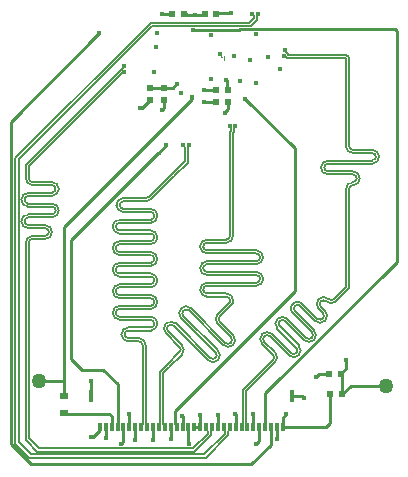
<source format=gtl>
G04*
G04 #@! TF.GenerationSoftware,Altium Limited,Altium Designer,22.10.1 (41)*
G04*
G04 Layer_Physical_Order=1*
G04 Layer_Color=255*
%FSLAX25Y25*%
%MOIN*%
G70*
G04*
G04 #@! TF.SameCoordinates,B1027B8B-ED15-4388-B4B1-B9FDCE3A8B77*
G04*
G04*
G04 #@! TF.FilePolarity,Positive*
G04*
G01*
G75*
%ADD12R,0.03150X0.01968*%
%ADD13R,0.02362X0.02362*%
%ADD14R,0.01968X0.01968*%
%ADD15R,0.01181X0.02756*%
%ADD16R,0.01181X0.03937*%
%ADD17R,0.01968X0.01968*%
%ADD18C,0.05000*%
%ADD26C,0.00546*%
%ADD27C,0.00546*%
%ADD28C,0.00882*%
%ADD29C,0.01500*%
G36*
X98284Y142003D02*
X98314Y141958D01*
X98350Y141914D01*
X98383Y141875D01*
X98417Y141842D01*
X98442Y141814D01*
X98453Y141806D01*
X98461Y141798D01*
X98464Y141795D01*
X98466Y141792D01*
X98525Y141745D01*
X98583Y141701D01*
X98638Y141662D01*
X98694Y141632D01*
X98741Y141604D01*
X98760Y141593D01*
X98777Y141585D01*
X98791Y141576D01*
X98802Y141574D01*
X98807Y141568D01*
X98810D01*
Y141341D01*
X98769Y141357D01*
X98727Y141377D01*
X98685Y141396D01*
X98647Y141416D01*
X98613Y141432D01*
X98586Y141446D01*
X98569Y141457D01*
X98566Y141460D01*
X98563D01*
X98514Y141490D01*
X98469Y141521D01*
X98431Y141549D01*
X98400Y141574D01*
X98372Y141593D01*
X98356Y141610D01*
X98342Y141621D01*
X98339Y141623D01*
Y140125D01*
X98104D01*
Y142050D01*
X98256D01*
X98284Y142003D01*
D02*
G37*
G36*
X99563Y140720D02*
Y140662D01*
X99569Y140612D01*
X99572Y140571D01*
X99577Y140538D01*
X99583Y140513D01*
X99586Y140493D01*
X99591Y140482D01*
Y140479D01*
X99602Y140452D01*
X99616Y140429D01*
X99633Y140410D01*
X99647Y140391D01*
X99663Y140380D01*
X99674Y140368D01*
X99683Y140363D01*
X99685Y140360D01*
X99713Y140346D01*
X99741Y140335D01*
X99768Y140330D01*
X99793Y140324D01*
X99818Y140321D01*
X99835Y140319D01*
X99852D01*
X99896Y140321D01*
X99937Y140332D01*
X99971Y140344D01*
X100001Y140360D01*
X100023Y140374D01*
X100040Y140388D01*
X100051Y140396D01*
X100054Y140399D01*
X100068Y140416D01*
X100079Y140435D01*
X100095Y140479D01*
X100112Y140529D01*
X100120Y140579D01*
X100128Y140626D01*
Y140646D01*
X100131Y140662D01*
X100134Y140679D01*
Y140690D01*
Y140695D01*
Y140698D01*
X100364Y140665D01*
Y140612D01*
X100361Y140565D01*
X100353Y140518D01*
X100347Y140477D01*
X100336Y140438D01*
X100325Y140404D01*
X100314Y140371D01*
X100303Y140344D01*
X100289Y140319D01*
X100278Y140296D01*
X100267Y140277D01*
X100256Y140263D01*
X100248Y140252D01*
X100242Y140241D01*
X100239Y140238D01*
X100237Y140235D01*
X100209Y140211D01*
X100181Y140188D01*
X100151Y140169D01*
X100118Y140152D01*
X100054Y140128D01*
X99993Y140111D01*
X99935Y140100D01*
X99913Y140097D01*
X99890Y140094D01*
X99874Y140092D01*
X99849D01*
X99788Y140094D01*
X99732Y140103D01*
X99683Y140114D01*
X99638Y140128D01*
X99602Y140139D01*
X99577Y140150D01*
X99561Y140158D01*
X99555Y140161D01*
X99511Y140188D01*
X99472Y140222D01*
X99442Y140255D01*
X99414Y140285D01*
X99395Y140316D01*
X99381Y140338D01*
X99372Y140355D01*
X99370Y140357D01*
Y140360D01*
X99350Y140416D01*
X99334Y140474D01*
X99322Y140538D01*
X99317Y140598D01*
X99311Y140651D01*
Y140673D01*
X99309Y140695D01*
Y140712D01*
Y140723D01*
Y140731D01*
Y140734D01*
Y142042D01*
X99563D01*
Y140720D01*
D02*
G37*
D12*
X45900Y28653D02*
D03*
Y22747D02*
D03*
D13*
X134533Y29100D02*
D03*
X138667D02*
D03*
X138267Y36000D02*
D03*
X134133D02*
D03*
D14*
X96668Y156000D02*
D03*
X92731D02*
D03*
X100469Y126600D02*
D03*
X96531D02*
D03*
X100469Y130700D02*
D03*
X96531D02*
D03*
X85769Y155900D02*
D03*
X81832D02*
D03*
D15*
X105047Y18071D02*
D03*
X107016D02*
D03*
X108984D02*
D03*
X110953D02*
D03*
X118827D02*
D03*
X116858D02*
D03*
X114890D02*
D03*
X112921D02*
D03*
X103079Y18071D02*
D03*
X101110D02*
D03*
X99142Y18071D02*
D03*
X97173D02*
D03*
X95205Y18071D02*
D03*
X93236D02*
D03*
X91268Y18071D02*
D03*
X89299D02*
D03*
X87331Y18071D02*
D03*
X85362D02*
D03*
X83394Y18071D02*
D03*
X81425D02*
D03*
X79457Y18071D02*
D03*
X77488D02*
D03*
X75520D02*
D03*
X73551D02*
D03*
X71583D02*
D03*
X69614D02*
D03*
X67646D02*
D03*
X65677D02*
D03*
X63709D02*
D03*
X61740D02*
D03*
X59772D02*
D03*
X57803D02*
D03*
D16*
X121937Y28504D02*
D03*
X54693D02*
D03*
D17*
X74600Y127232D02*
D03*
Y131168D02*
D03*
X79200Y127331D02*
D03*
Y131269D02*
D03*
D18*
X37400Y33400D02*
D03*
X153100Y31900D02*
D03*
D26*
X133262Y60142D02*
G03*
X136542Y60142I1640J1639D01*
G01*
X133262Y60142D02*
G03*
X131462Y60142I-900J-901D01*
G01*
X131462Y60142D02*
G03*
X131462Y58342I900J-900D01*
G01*
X132878Y53646D02*
G03*
X132878Y56925I-1640J1640D01*
G01*
X129599Y53646D02*
G03*
X132878Y53646I1640J1640D01*
G01*
X124607Y58638D02*
G03*
X122807Y58638I-900J-900D01*
G01*
X122807Y58638D02*
G03*
X122807Y56838I900J-900D01*
G01*
X129147Y47218D02*
G03*
X129147Y50498I-1640J1640D01*
G01*
X125868Y47218D02*
G03*
X129147Y47218I1640J1640D01*
G01*
X119527Y53558D02*
G03*
X117727Y53558I-900J-900D01*
G01*
D02*
G03*
X117727Y51758I900J-900D01*
G01*
X124067Y42138D02*
G03*
X124067Y45418I-1640J1640D01*
G01*
X120788Y42138D02*
G03*
X124067Y42138I1640J1640D01*
G01*
X114448Y48479D02*
G03*
X112647Y48479I-900J-900D01*
G01*
X112647Y48479D02*
G03*
X112647Y46679I900J-900D01*
G01*
X116223Y39823D02*
G03*
X116223Y43103I-1640J1640D01*
G01*
X134002Y60881D02*
G03*
X135802Y60881I900J900D01*
G01*
X134002Y60882D02*
G03*
X130723Y60882I-1640J-1640D01*
G01*
X130722Y60881D02*
G03*
X130723Y57602I1640J-1640D01*
G01*
X132139Y54386D02*
G03*
X132139Y56186I-900J900D01*
G01*
X130339Y54386D02*
G03*
X132139Y54386I900J900D01*
G01*
X125347Y59378D02*
G03*
X122067Y59378I-1640J-1640D01*
G01*
X122067Y59378D02*
G03*
X122067Y56098I1640J-1640D01*
G01*
X128408Y47958D02*
G03*
X128408Y49758I-900J900D01*
G01*
X126607Y47958D02*
G03*
X128408Y47958I900J900D01*
G01*
X120267Y54298D02*
G03*
X116988Y54298I-1640J-1640D01*
G01*
D02*
G03*
X116988Y51019I1640J-1640D01*
G01*
X123328Y42878D02*
G03*
X123328Y44678I-900J900D01*
G01*
X121528Y42878D02*
G03*
X123328Y42878I900J900D01*
G01*
X115187Y49218D02*
G03*
X111908Y49218I-1640J-1640D01*
G01*
X111908Y49218D02*
G03*
X111908Y45939I1640J-1640D01*
G01*
X115484Y40563D02*
G03*
X115484Y42363I-900J900D01*
G01*
X35373Y81950D02*
G03*
X33054Y79631I0J-2319D01*
G01*
X39515Y81950D02*
G03*
X39515Y84496I0J1273D01*
G01*
X33965Y89134D02*
G03*
X33965Y84496I0J-2319D01*
G01*
X41781Y89134D02*
G03*
X41781Y91680I0J1273D01*
G01*
X33965Y96317D02*
G03*
X33965Y91680I0J-2319D01*
G01*
X41781Y96317D02*
G03*
X41781Y98863I0J1273D01*
G01*
X33054Y101182D02*
G03*
X35373Y98863I2319J0D01*
G01*
Y80904D02*
G03*
X34100Y79631I0J-1273D01*
G01*
X39515Y80904D02*
G03*
X39515Y85542I0J2319D01*
G01*
X33965Y88088D02*
G03*
X33965Y85542I0J-1273D01*
G01*
X41781Y88088D02*
G03*
X41781Y92726I0J2319D01*
G01*
X33965Y95271D02*
G03*
X33965Y92726I0J-1273D01*
G01*
X41781Y95271D02*
G03*
X41781Y99909I0J2319D01*
G01*
X34100Y101182D02*
G03*
X35373Y99909I1273J0D01*
G01*
X72044Y45531D02*
G03*
X70771Y46804I-1273J0D01*
G01*
X64977Y49123D02*
G03*
X67296Y46804I2319J0D01*
G01*
Y51441D02*
G03*
X64977Y49123I0J-2319D01*
G01*
X74685Y51441D02*
G03*
X75958Y52714I0J1273D01*
G01*
Y52714D02*
G03*
X74685Y53987I-1273J0D01*
G01*
X62044Y56306D02*
G03*
X64363Y53987I2319J0D01*
G01*
Y58625D02*
G03*
X62044Y56306I0J-2319D01*
G01*
X74685Y58625D02*
G03*
X75958Y59898I0J1273D01*
G01*
Y59898D02*
G03*
X74685Y61171I-1273J0D01*
G01*
X62044Y63490D02*
G03*
X64363Y61171I2319J0D01*
G01*
Y65809D02*
G03*
X62044Y63490I0J-2319D01*
G01*
X74685Y65809D02*
G03*
X75958Y67082I0J1273D01*
G01*
Y67082D02*
G03*
X74685Y68355I-1273J0D01*
G01*
X62044Y70674D02*
G03*
X64363Y68355I2319J0D01*
G01*
Y72992D02*
G03*
X62044Y70674I0J-2319D01*
G01*
X74685Y72992D02*
G03*
X75958Y74265I0J1273D01*
G01*
Y74265D02*
G03*
X74685Y75538I-1273J0D01*
G01*
X62044Y77857D02*
G03*
X64363Y75538I2319J0D01*
G01*
Y80176D02*
G03*
X62044Y77857I0J-2319D01*
G01*
X74685Y80176D02*
G03*
X75958Y81449I0J1273D01*
G01*
Y81449D02*
G03*
X74685Y82722I-1273J0D01*
G01*
X62044Y85041D02*
G03*
X64363Y82722I2319J0D01*
G01*
Y87360D02*
G03*
X62044Y85041I0J-2319D01*
G01*
X74685Y87360D02*
G03*
X75958Y88633I0J1273D01*
G01*
Y88633D02*
G03*
X74685Y89906I-1273J0D01*
G01*
X63313Y92225D02*
G03*
X65631Y89906I2319J0D01*
G01*
Y94543D02*
G03*
X63313Y92225I0J-2319D01*
G01*
X73220Y94543D02*
G03*
X74120Y94916I0J1273D01*
G01*
X73090Y45531D02*
G03*
X70771Y47850I-2319J0D01*
G01*
X66023Y49123D02*
G03*
X67296Y47850I1273J0D01*
G01*
Y50396D02*
G03*
X66023Y49123I0J-1273D01*
G01*
X74685Y50396D02*
G03*
X77004Y52714I0J2319D01*
G01*
Y52714D02*
G03*
X74685Y55033I-2319J0D01*
G01*
X63090Y56306D02*
G03*
X64363Y55033I1273J0D01*
G01*
Y57579D02*
G03*
X63090Y56306I0J-1273D01*
G01*
X74685Y57579D02*
G03*
X77004Y59898I0J2319D01*
G01*
Y59898D02*
G03*
X74685Y62217I-2319J0D01*
G01*
X63090Y63490D02*
G03*
X64363Y62217I1273J0D01*
G01*
Y64763D02*
G03*
X63090Y63490I0J-1273D01*
G01*
X74685Y64763D02*
G03*
X77004Y67082I0J2319D01*
G01*
Y67082D02*
G03*
X74685Y69401I-2319J0D01*
G01*
X63090Y70674D02*
G03*
X64363Y69401I1273J0D01*
G01*
Y71946D02*
G03*
X63090Y70674I0J-1273D01*
G01*
X74685Y71946D02*
G03*
X77004Y74265I0J2319D01*
G01*
Y74265D02*
G03*
X74685Y76584I-2319J0D01*
G01*
X63090Y77857D02*
G03*
X64363Y76584I1273J0D01*
G01*
Y79130D02*
G03*
X63090Y77857I0J-1273D01*
G01*
X74685Y79130D02*
G03*
X77004Y81449I0J2319D01*
G01*
Y81449D02*
G03*
X74685Y83768I-2319J0D01*
G01*
X63090Y85041D02*
G03*
X64363Y83768I1273J0D01*
G01*
Y86314D02*
G03*
X63090Y85041I0J-1273D01*
G01*
X74685Y86314D02*
G03*
X77004Y88633I0J2319D01*
G01*
Y88633D02*
G03*
X74685Y90952I-2319J0D01*
G01*
X64358Y92225D02*
G03*
X65631Y90952I1273J0D01*
G01*
Y93497D02*
G03*
X64358Y92225I0J-1273D01*
G01*
X73220Y93497D02*
G03*
X74860Y94177I0J2319D01*
G01*
X142119Y99856D02*
G03*
X139800Y97537I0J-2319D01*
G01*
X142119Y99856D02*
G03*
X142119Y102401I0J1273D01*
G01*
X133856Y107039D02*
G03*
X133856Y102401I0J-2319D01*
G01*
X148527Y107039D02*
G03*
X148527Y109585I0J1273D01*
G01*
X139800Y111904D02*
G03*
X142119Y109585I2319J0D01*
G01*
Y98810D02*
G03*
X140846Y97537I0J-1273D01*
G01*
X142119Y98810D02*
G03*
X142119Y103447I0J2319D01*
G01*
X133856Y105993D02*
G03*
X133856Y103447I0J-1273D01*
G01*
X148527Y105993D02*
G03*
X148527Y110631I0J2319D01*
G01*
X140846Y111904D02*
G03*
X142119Y110631I1273J0D01*
G01*
X99934Y79668D02*
G03*
X102253Y81986I0J2319D01*
G01*
X93526Y79668D02*
G03*
X92253Y78395I0J-1273D01*
G01*
Y78395D02*
G03*
X93526Y77122I1273J0D01*
G01*
X112253Y74803D02*
G03*
X109934Y77122I-2319J0D01*
G01*
Y72484D02*
G03*
X112253Y74803I0J2319D01*
G01*
X93526Y72484D02*
G03*
X92253Y71211I0J-1273D01*
G01*
Y71211D02*
G03*
X93526Y69938I1273J0D01*
G01*
X112253Y67619D02*
G03*
X109934Y69938I-2319J0D01*
G01*
Y65300D02*
G03*
X112253Y67619I0J2319D01*
G01*
X93526Y65300D02*
G03*
X92253Y64027I0J-1273D01*
G01*
Y64027D02*
G03*
X93526Y62754I1273J0D01*
G01*
X102253Y60435D02*
G03*
X99934Y62754I-2319J0D01*
G01*
Y80713D02*
G03*
X101207Y81986I0J1273D01*
G01*
X93526Y80713D02*
G03*
X91207Y78395I0J-2319D01*
G01*
Y78395D02*
G03*
X93526Y76076I2319J0D01*
G01*
X111207Y74803D02*
G03*
X109934Y76076I-1273J0D01*
G01*
Y73530D02*
G03*
X111207Y74803I0J1273D01*
G01*
X93526Y73530D02*
G03*
X91207Y71211I0J-2319D01*
G01*
Y71211D02*
G03*
X93526Y68892I2319J0D01*
G01*
X111207Y67619D02*
G03*
X109934Y68892I-1273J0D01*
G01*
Y66346D02*
G03*
X111207Y67619I0J1273D01*
G01*
X93526Y66346D02*
G03*
X91207Y64027I0J-2319D01*
G01*
Y64027D02*
G03*
X93526Y61708I2319J0D01*
G01*
X101207Y60435D02*
G03*
X99934Y61708I-1273J0D01*
G01*
X84349Y43128D02*
G03*
X84349Y44928I-900J900D01*
G01*
X79817Y52739D02*
G03*
X79817Y49459I1640J-1640D01*
G01*
X83097Y52739D02*
G03*
X79817Y52739I-1640J-1640D01*
G01*
X94590Y41245D02*
G03*
X96390Y41245I900J900D01*
G01*
D02*
G03*
X96390Y43045I-900J900D01*
G01*
X84897Y57818D02*
G03*
X84897Y54539I1640J-1640D01*
G01*
X88176Y57818D02*
G03*
X84897Y57818I-1640J-1640D01*
G01*
X99670Y46325D02*
G03*
X101470Y46325I900J900D01*
G01*
X101470Y46325D02*
G03*
X101470Y48125I-900J900D01*
G01*
X97048Y55827D02*
G03*
X97051Y52544I1640J-1640D01*
G01*
X85088Y42388D02*
G03*
X85088Y45667I-1640J1640D01*
G01*
X80557Y51999D02*
G03*
X80557Y50199I900J-900D01*
G01*
X82357Y51999D02*
G03*
X80557Y51999I-900J-900D01*
G01*
X93851Y40505D02*
G03*
X97130Y40505I1640J1640D01*
G01*
D02*
G03*
X97130Y43785I-1640J1640D01*
G01*
X85637Y57079D02*
G03*
X85637Y55278I900J-900D01*
G01*
X87437Y57079D02*
G03*
X85637Y57079I-900J-900D01*
G01*
X98930Y45585D02*
G03*
X102210Y45585I1640J1640D01*
G01*
X102210Y45585D02*
G03*
X102210Y48864I-1640J1640D01*
G01*
X97787Y55087D02*
G03*
X97787Y53287I900J-900D01*
G01*
X136542Y60142D02*
X139869Y63469D01*
X131462Y60142D02*
X131462Y60142D01*
X131462Y58342D02*
X131462Y58342D01*
X131462Y58342D02*
X132878Y56925D01*
X129599Y53646D02*
X129599Y53646D01*
X124607Y58638D02*
X129599Y53646D01*
X122807Y58638D02*
X122807Y58638D01*
X122807Y56838D02*
X122807Y56838D01*
X122807Y56838D02*
X129147Y50498D01*
X129147Y47218D02*
X129147Y47218D01*
X125868Y47218D02*
X125868Y47218D01*
X119527Y53558D02*
X125868Y47218D01*
X117727Y51758D02*
X117727Y51758D01*
X117727Y51758D02*
X124067Y45418D01*
X124067Y42138D02*
X124067Y42138D01*
X120788Y42138D02*
X120788Y42138D01*
X114448Y48479D02*
X120788Y42138D01*
X112647Y48479D02*
X112647Y48479D01*
X112647Y46679D02*
X112647Y46679D01*
X112647Y46679D02*
X116223Y43103D01*
X115661Y39261D02*
X116223Y39823D01*
X139129Y64208D02*
Y64208D01*
X135802Y60881D02*
X139129Y64208D01*
X134002Y60882D02*
X134002Y60881D01*
X130722Y60881D02*
X130723Y60882D01*
X130722Y57602D02*
X130723Y57602D01*
X130722Y57602D02*
X132139Y56186D01*
X130339Y54386D02*
X130339Y54386D01*
X125347Y59378D02*
X130339Y54386D01*
X122067Y59378D02*
X122067Y59378D01*
X122067Y56098D02*
X122067Y56098D01*
X122067Y56098D02*
X128408Y49758D01*
X128408Y47958D02*
X128408Y47958D01*
X126607Y47958D02*
X126607Y47958D01*
X120267Y54298D02*
X126607Y47958D01*
X116988Y51019D02*
X116988Y51019D01*
X116988Y51019D02*
X123328Y44678D01*
X123328Y42878D02*
X123328Y42878D01*
X121528Y42878D02*
X121528Y42878D01*
X115187Y49218D02*
X121528Y42878D01*
X111908Y49218D02*
X111908Y49218D01*
X111908Y45939D02*
X111908Y45939D01*
X111908Y45939D02*
X115484Y42363D01*
X114921Y40000D02*
X115484Y40563D01*
X114921Y40000D02*
Y40000D01*
X106555Y30155D02*
X115661Y39261D01*
X105509Y30588D02*
X114921Y40000D01*
X139869Y63469D02*
X140846Y64446D01*
X139129Y64208D02*
X139800Y64879D01*
X33054Y47328D02*
Y79631D01*
X35373Y81950D02*
X39515D01*
X33965Y84496D02*
X39515D01*
X33965Y89134D02*
X41781D01*
X33965Y91680D02*
X41781D01*
X33965Y96317D02*
X41781D01*
X35373Y98863D02*
X41781D01*
X33054Y101182D02*
Y101978D01*
X34100Y47328D02*
Y79631D01*
X35373Y80904D02*
X39515D01*
X33965Y85542D02*
X39515D01*
X33965Y88088D02*
X41781D01*
X33965Y92726D02*
X41781D01*
X33965Y95271D02*
X41781D01*
X35373Y99909D02*
X41781D01*
X34100Y101182D02*
Y101978D01*
X33054Y13967D02*
Y47328D01*
X34100Y14400D02*
Y47328D01*
X33054Y101978D02*
Y105533D01*
X34100Y101978D02*
Y105100D01*
X72044Y40332D02*
Y45531D01*
X67296Y46804D02*
X70771D01*
X64977Y49123D02*
Y49123D01*
X67296Y51441D02*
X74685D01*
X75958Y52714D02*
Y52714D01*
X64363Y53987D02*
X74685D01*
X62044Y56306D02*
Y56306D01*
X64363Y58625D02*
X74685D01*
X75958Y59898D02*
Y59898D01*
X64363Y61171D02*
X74685D01*
X62044Y63490D02*
Y63490D01*
X64363Y65809D02*
X74685D01*
X75958Y67082D02*
Y67082D01*
X64363Y68355D02*
X74685D01*
X62044Y70674D02*
Y70674D01*
X64363Y72992D02*
X74685D01*
X75958Y74265D02*
Y74265D01*
X64363Y75538D02*
X74685D01*
X62044Y77857D02*
Y77857D01*
X64363Y80176D02*
X74685D01*
X75958Y81449D02*
Y81449D01*
X64363Y82722D02*
X74685D01*
X62044Y85041D02*
Y85041D01*
X64363Y87360D02*
X74685D01*
X75958Y88633D02*
Y88633D01*
X65631Y89906D02*
X74685D01*
X63313Y92225D02*
Y92225D01*
X65631Y94543D02*
X73220D01*
X74120Y94916D02*
X81204Y102000D01*
X73090Y40332D02*
Y45531D01*
X67296Y47850D02*
X70771D01*
X66023Y49123D02*
Y49123D01*
X67296Y50396D02*
X74685D01*
X77004Y52714D02*
Y52714D01*
X64363Y55033D02*
X74685D01*
X63090Y56306D02*
Y56306D01*
X64363Y57579D02*
X74685D01*
X77004Y59898D02*
Y59898D01*
X64363Y62217D02*
X74685D01*
X63090Y63490D02*
Y63490D01*
X64363Y64763D02*
X74685D01*
X77004Y67082D02*
Y67082D01*
X64363Y69401D02*
X74685D01*
X63090Y70674D02*
Y70674D01*
X64363Y71946D02*
X74685D01*
X77004Y74265D02*
Y74265D01*
X64363Y76584D02*
X74685D01*
X63090Y77857D02*
Y77857D01*
X64363Y79130D02*
X74685D01*
X77004Y81449D02*
Y81449D01*
X64363Y83768D02*
X74685D01*
X63090Y85041D02*
Y85041D01*
X64363Y86314D02*
X74685D01*
X77004Y88633D02*
Y88633D01*
X65631Y90952D02*
X74685D01*
X64358Y92225D02*
Y92225D01*
X65631Y93497D02*
X73220D01*
X74860Y94177D02*
X82683Y102000D01*
X82683D01*
X139800Y66535D02*
Y97537D01*
X142119Y99856D02*
X142119D01*
X133856Y102401D02*
X142119D01*
X133856Y107039D02*
X148527D01*
X142119Y109585D02*
X148527D01*
X139800Y111904D02*
Y112700D01*
X140846Y66535D02*
Y97537D01*
X142119Y98810D02*
X142119D01*
X133856Y103447D02*
X142119D01*
X133856Y105993D02*
X148527D01*
X142119Y110631D02*
X148527D01*
X140846Y111904D02*
Y112700D01*
X139800Y64879D02*
Y66535D01*
X140846Y64446D02*
Y66535D01*
X102573Y116481D02*
Y117815D01*
X101527Y116915D02*
Y117815D01*
X102253Y81986D02*
Y113770D01*
X93526Y79668D02*
X99934D01*
X92253Y78395D02*
Y78395D01*
X93526Y77122D02*
X109934D01*
X112253Y74803D02*
Y74803D01*
X93526Y72484D02*
X109934D01*
X92253Y71211D02*
Y71211D01*
X93526Y69938D02*
X109934D01*
X112253Y67619D02*
Y67619D01*
X93526Y65300D02*
X109934D01*
X92253Y64027D02*
Y64027D01*
X93526Y62754D02*
X99934D01*
X102253Y59553D02*
Y60435D01*
X100543Y57844D02*
X102253Y59553D01*
X101207Y81986D02*
Y113770D01*
X93526Y80713D02*
X99934D01*
X91207Y78395D02*
Y78395D01*
X93526Y76076D02*
X109934D01*
X111207Y74803D02*
Y74803D01*
X93526Y73530D02*
X109934D01*
X91207Y71211D02*
Y71211D01*
X93526Y68892D02*
X109934D01*
X111207Y67619D02*
Y67619D01*
X93526Y66346D02*
X109934D01*
X91207Y64027D02*
Y64027D01*
X93526Y61708D02*
X99934D01*
X101207Y59986D02*
Y60435D01*
X99064Y57844D02*
X101207Y59986D01*
X99064Y57844D02*
Y57844D01*
X102253Y113770D02*
Y116162D01*
X101207Y113770D02*
Y116595D01*
X102253Y116162D02*
X102573Y116481D01*
X101207Y116595D02*
X101527Y116915D01*
X30700Y107400D02*
X75300Y152000D01*
X108091D02*
X110073Y153981D01*
X107658Y153046D02*
X109027Y154415D01*
X74867Y153046D02*
X107658D01*
X29654Y107833D02*
X74867Y153046D01*
X75300Y152000D02*
X108091D01*
X119500Y143642D02*
Y143900D01*
X120466Y142514D02*
Y142676D01*
X119274Y141774D02*
X119726D01*
X119233Y141733D02*
X119274Y141774D01*
X120466Y142514D02*
X120633Y142346D01*
X120200Y141300D02*
X139480D01*
X120633Y142346D02*
X139913D01*
X119726Y141774D02*
X120200Y141300D01*
X120466Y142514D02*
X120466D01*
X119500Y143642D02*
X120466Y142676D01*
X98350Y55650D02*
X100543Y57844D01*
X97610Y56390D02*
X99064Y57844D01*
X139800Y112700D02*
Y140980D01*
X140846Y112700D02*
Y141413D01*
X80060Y38840D02*
X84349Y43128D01*
X79817Y49459D02*
X84349Y44928D01*
X79817Y49459D02*
X79817Y49459D01*
X79817Y52739D02*
X79817Y52739D01*
X83097D02*
X94590Y41245D01*
X94590Y41245D01*
X84897Y54539D02*
X96390Y43045D01*
X84897Y54539D02*
X84897Y54539D01*
X84897Y57818D02*
X84897Y57818D01*
X88176D02*
X99670Y46325D01*
X99670Y46325D01*
X101470Y46325D02*
X101470Y46325D01*
X97051Y52544D02*
X101470Y48125D01*
X97048Y55827D02*
X97610Y56390D01*
X80800Y38100D02*
X80800D01*
X80800D02*
X85088Y42388D01*
X80557Y50199D02*
X85088Y45667D01*
X80557Y50199D02*
X80557Y50199D01*
X80557Y51999D02*
X80557Y51999D01*
X82357D02*
X93851Y40505D01*
X93851Y40505D01*
X85637Y55278D02*
X97130Y43785D01*
X85637Y55278D02*
X85637Y55278D01*
X85637Y57079D02*
X85637Y57079D01*
X87437D02*
X98930Y45585D01*
X98930Y45585D01*
X102210Y45585D02*
X102210Y45585D01*
X97787Y53287D02*
X102210Y48864D01*
X97787Y55087D02*
X98350Y55650D01*
X98350D01*
X77950Y36729D02*
X80060Y38840D01*
X78996Y36296D02*
X80800Y38100D01*
X102573Y117815D02*
X103000Y118242D01*
X101100D02*
X101527Y117815D01*
X103000Y118242D02*
Y118500D01*
X139913Y142346D02*
X140846Y141413D01*
X139480Y141300D02*
X139800Y140980D01*
X106555Y19320D02*
X107016Y18858D01*
Y18071D02*
Y18858D01*
X105047Y18071D02*
Y18858D01*
X105509Y19320D01*
Y30588D01*
X106555Y19320D02*
Y30155D01*
X101100Y118242D02*
Y118500D01*
X77950Y19320D02*
Y36729D01*
X77488Y18858D02*
X77950Y19320D01*
X77488Y18071D02*
Y18858D01*
X78996Y19320D02*
Y36296D01*
X79457Y18071D02*
Y18858D01*
X78996Y19320D02*
X79457Y18858D01*
X81204Y102000D02*
X86027Y106823D01*
X72044Y39570D02*
Y40332D01*
X82683Y102000D02*
X87073Y106390D01*
X73090Y39570D02*
Y40332D01*
X72044Y19320D02*
Y39200D01*
X73090Y19320D02*
Y39200D01*
X110500Y155742D02*
Y156000D01*
X108600Y155742D02*
X109027Y155315D01*
X108600Y155742D02*
Y156000D01*
X110073Y155315D02*
X110500Y155742D01*
X110073Y153981D02*
Y155315D01*
X109027Y154415D02*
Y155315D01*
X86027Y106823D02*
Y111415D01*
X87073Y106390D02*
Y111415D01*
X72044Y39200D02*
Y39570D01*
X73090Y39200D02*
Y39570D01*
X93101Y8039D02*
X100649Y15587D01*
X33360Y13660D02*
X36990Y10031D01*
X29960Y12360D02*
X34282Y8039D01*
X88754Y11077D02*
X93698Y16020D01*
X37423Y11077D02*
X88754D01*
X30700Y13100D02*
X34715Y9085D01*
X34282Y8039D02*
X93101D01*
X29960Y12360D02*
X29960D01*
X33360Y13660D02*
X33360D01*
X89188Y10031D02*
X94744Y15587D01*
X92668Y9085D02*
X99603Y16020D01*
X34715Y9085D02*
X92668D01*
X34100Y14400D02*
X37423Y11077D01*
X36990Y10031D02*
X89188D01*
X29654Y12667D02*
X29960Y12360D01*
X29654Y12667D02*
Y107833D01*
X30700Y13100D02*
Y107400D01*
X65926Y136474D02*
X65967Y136433D01*
X65700Y138342D02*
Y138600D01*
X65474Y136474D02*
X65926D01*
X64734Y137376D02*
X65700Y138342D01*
X33054Y105533D02*
X64734Y137214D01*
X34100Y105100D02*
X65474Y136474D01*
X64734Y137214D02*
Y137376D01*
X33054Y13967D02*
X33360Y13660D01*
X95205Y17284D02*
Y18071D01*
X94744Y15587D02*
Y16822D01*
X95205Y17284D01*
X93236D02*
X93698Y16822D01*
Y16020D02*
Y16822D01*
X93236Y17284D02*
Y18071D01*
X99142Y17284D02*
X99603Y16822D01*
X99142Y17284D02*
Y18071D01*
X99603Y16020D02*
Y16822D01*
X101110Y17284D02*
Y18071D01*
X100649Y16822D02*
X101110Y17284D01*
X100649Y15587D02*
Y16822D01*
X85600Y111842D02*
Y112100D01*
X87500Y111842D02*
Y112100D01*
X87073Y111415D02*
X87500Y111842D01*
X85600D02*
X86027Y111415D01*
X73090Y19320D02*
X73551Y18858D01*
X71583D02*
X72044Y19320D01*
X71583Y18071D02*
Y18858D01*
X73551Y18071D02*
Y18858D01*
D27*
X97051Y52544D02*
D03*
D28*
X55000Y33433D02*
Y33600D01*
X54693Y28504D02*
Y33126D01*
X55000Y33433D01*
X88700Y150400D02*
X104193D01*
X104584Y150791D02*
X156183D01*
X156900Y150074D01*
X104193Y150400D02*
X104584Y150791D01*
X71887Y124518D02*
X74600Y127232D01*
X71200Y124400D02*
X71318Y124518D01*
X71887D01*
X83333Y132500D02*
X83500D01*
X99500Y123167D02*
X100469Y124136D01*
X99500Y123000D02*
Y123167D01*
X100469Y124136D02*
Y126600D01*
X100118Y131050D02*
Y133882D01*
Y131050D02*
X100469Y130700D01*
X100000Y134000D02*
X100118Y133882D01*
X78600Y155900D02*
X81832D01*
X82857Y19395D02*
Y23657D01*
X122700Y63500D02*
Y111200D01*
X82857Y23657D02*
X122700Y63500D01*
X83394Y18071D02*
Y18858D01*
X85362Y18071D02*
Y21938D01*
X85300Y22000D02*
X85362Y21938D01*
X82857Y19395D02*
X83394Y18858D01*
X91268Y18071D02*
Y22168D01*
X91300Y22200D01*
X106200Y127700D02*
X122700Y111200D01*
X96668Y156000D02*
X96768Y156100D01*
X101300D01*
X101400Y156200D01*
X112921Y29417D02*
X156900Y73396D01*
Y150074D01*
X112921Y18071D02*
Y29417D01*
X121937Y28504D02*
X125496D01*
X126000Y28000D01*
X58900Y37300D02*
X63709Y32491D01*
Y18071D02*
Y32491D01*
X51900Y37300D02*
X58900D01*
X48200Y41000D02*
X51900Y37300D01*
X48200Y41000D02*
Y80700D01*
X89500Y155500D02*
X89618Y155618D01*
X92350D02*
X92731Y156000D01*
X89618Y155618D02*
X92350D01*
X86668Y155900D02*
X86950Y155618D01*
X89382D01*
X89500Y155500D01*
X78500Y124000D02*
X79200Y124700D01*
Y127331D01*
Y131269D02*
X82101D01*
X83333Y132500D01*
X79150Y131219D02*
X79200Y131269D01*
X74600Y131168D02*
X74650Y131219D01*
X79150D01*
X100000Y133833D02*
Y134000D01*
X92600Y126400D02*
X95432D01*
X92500Y126500D02*
X92600Y126400D01*
X92500Y130500D02*
X92700Y130700D01*
X95432D01*
X140000Y37733D02*
Y40500D01*
X138267Y36000D02*
X140000Y37733D01*
X77400Y109700D02*
X79800Y112100D01*
X138667Y29100D02*
X141467Y31900D01*
X153100D01*
X138267Y36000D02*
X138467Y35800D01*
Y29300D02*
X138667Y29100D01*
X138467Y29300D02*
Y35800D01*
X131000Y36000D02*
X134133D01*
X130000Y35000D02*
X131000Y36000D01*
X134533Y24048D02*
Y29100D01*
X133071Y18071D02*
X134635Y19635D01*
X134533Y24048D02*
X134635Y23946D01*
Y19635D02*
Y23946D01*
X118827Y18071D02*
X133071D01*
X55520Y15000D02*
X57803Y17284D01*
X55000Y15000D02*
X55520D01*
X57803Y17284D02*
Y18071D01*
X65677Y13177D02*
Y18071D01*
X65000Y12500D02*
X65677Y13177D01*
X67500Y22500D02*
X67646Y22354D01*
Y18071D02*
Y22354D01*
X87500Y12500D02*
Y12814D01*
X87331Y12983D02*
Y18071D01*
Y12983D02*
X87500Y12814D01*
X118827Y18071D02*
Y21327D01*
X120000Y22500D01*
X110953Y13453D02*
Y18071D01*
X110000Y12500D02*
X110953Y13453D01*
X108300Y5800D02*
X114740Y12240D01*
Y17922D01*
X34800Y5800D02*
X108300D01*
X114740Y17922D02*
X114890Y18071D01*
X28200Y12400D02*
X34800Y5800D01*
X28200Y12400D02*
Y120000D01*
X57600Y149400D01*
X116858Y18071D02*
X117000Y17930D01*
Y14100D02*
Y17930D01*
X108942Y18113D02*
Y22458D01*
Y18113D02*
X108984Y18071D01*
X108900Y22500D02*
X108942Y22458D01*
X103000Y22500D02*
X103079Y22421D01*
Y18071D02*
Y22421D01*
X97173Y18071D02*
X97187Y18084D01*
Y22287D01*
X97200Y22300D01*
X89299Y18071D02*
X91268D01*
X81425Y18071D02*
X81463Y18034D01*
Y14137D02*
Y18034D01*
Y14137D02*
X81500Y14100D01*
X75510Y18061D02*
X75520Y18071D01*
X75510Y14010D02*
Y18061D01*
X75500Y14000D02*
X75510Y14010D01*
X69607Y18064D02*
X69614Y18071D01*
X69607Y14007D02*
Y18064D01*
X69600Y14000D02*
X69607Y14007D01*
X59786Y14514D02*
Y18057D01*
Y14514D02*
X59800Y14500D01*
X59772Y18071D02*
X59786Y18057D01*
X45900Y33200D02*
Y84900D01*
Y28653D02*
Y33200D01*
X45700Y33400D02*
X45900Y33200D01*
X37400Y33400D02*
X45700D01*
X45900Y84900D02*
X88500Y127500D01*
Y128200D01*
X45100Y22600D02*
X61000D01*
X61740Y21860D01*
Y18071D02*
Y21860D01*
X77200Y109700D02*
X77400D01*
X48200Y80700D02*
X77200Y109700D01*
D29*
X55000Y33600D02*
D03*
X109700Y149200D02*
D03*
X113900Y141600D02*
D03*
X119500Y143900D02*
D03*
X94700Y148809D02*
D03*
X76700Y149600D02*
D03*
X71200Y124400D02*
D03*
X84700Y129500D02*
D03*
X83500Y132500D02*
D03*
X95000Y134200D02*
D03*
X78600Y155900D02*
D03*
X85300Y22000D02*
D03*
X91300Y22200D02*
D03*
X101400Y156200D02*
D03*
X119233Y141733D02*
D03*
X126000Y28000D02*
D03*
X101100Y118500D02*
D03*
X103000D02*
D03*
X89500Y155500D02*
D03*
X88700Y150400D02*
D03*
X108000Y140500D02*
D03*
X78500Y124000D02*
D03*
X110500Y156000D02*
D03*
X108600D02*
D03*
X76000Y136500D02*
D03*
X99500Y123000D02*
D03*
X92500Y126500D02*
D03*
Y130500D02*
D03*
X118000Y137500D02*
D03*
X110000Y133000D02*
D03*
X104500Y133500D02*
D03*
X100000Y134000D02*
D03*
X102500Y142000D02*
D03*
X98000Y142500D02*
D03*
X76500Y145000D02*
D03*
X140000Y40500D02*
D03*
X79800Y112100D02*
D03*
X130000Y35000D02*
D03*
X55000Y15000D02*
D03*
X65000Y12500D02*
D03*
X67500Y22500D02*
D03*
X87500Y12500D02*
D03*
X120000Y22500D02*
D03*
X110000Y12500D02*
D03*
X57600Y149400D02*
D03*
X106200Y127700D02*
D03*
X117000Y14100D02*
D03*
X108900Y22500D02*
D03*
X103000D02*
D03*
X97200Y22300D02*
D03*
X81500Y14100D02*
D03*
X75500Y14000D02*
D03*
X69600D02*
D03*
X59800Y14500D02*
D03*
X65700Y138600D02*
D03*
X65967Y136433D02*
D03*
X88500Y128200D02*
D03*
X87500Y112100D02*
D03*
X85600D02*
D03*
M02*

</source>
